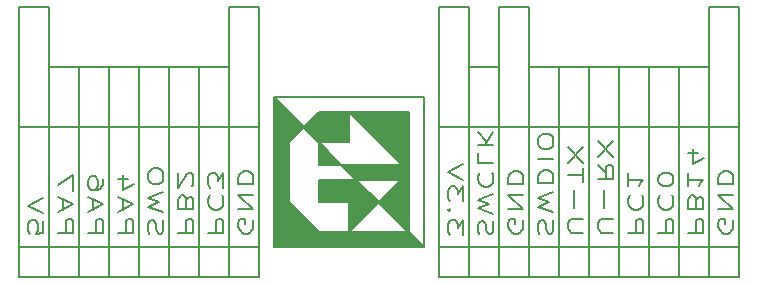
<source format=gbr>
%TF.GenerationSoftware,KiCad,Pcbnew,8.0.2-8.0.2-0~ubuntu22.04.1*%
%TF.CreationDate,2024-05-24T18:45:04+02:00*%
%TF.ProjectId,flipper-debug-devboard,666c6970-7065-4722-9d64-656275672d64,rev?*%
%TF.SameCoordinates,Original*%
%TF.FileFunction,Legend,Bot*%
%TF.FilePolarity,Positive*%
%FSLAX46Y46*%
G04 Gerber Fmt 4.6, Leading zero omitted, Abs format (unit mm)*
G04 Created by KiCad (PCBNEW 8.0.2-8.0.2-0~ubuntu22.04.1) date 2024-05-24 18:45:04*
%MOMM*%
%LPD*%
G01*
G04 APERTURE LIST*
%ADD10C,0.155000*%
%ADD11C,0.200000*%
G04 APERTURE END LIST*
D10*
X119380000Y-128270000D02*
X106680000Y-128270000D01*
X119380000Y-140970000D02*
X119380000Y-128270000D01*
X109220000Y-130810000D02*
X107950000Y-132080000D01*
X107950000Y-137160000D01*
X110490000Y-139700000D01*
X118110000Y-139700000D01*
X119380000Y-140970000D01*
X106680000Y-140970000D01*
X106680000Y-128270000D01*
X109220000Y-130810000D01*
G36*
X109220000Y-130810000D02*
G01*
X107950000Y-132080000D01*
X107950000Y-137160000D01*
X110490000Y-139700000D01*
X118110000Y-139700000D01*
X119380000Y-140970000D01*
X106680000Y-140970000D01*
X106680000Y-128270000D01*
X109220000Y-130810000D01*
G37*
X113030000Y-139700000D02*
X118110000Y-139700000D01*
X110490000Y-139700000D02*
X113030000Y-139700000D01*
X107950000Y-137160000D02*
X110490000Y-139700000D01*
X107950000Y-132080000D02*
X107950000Y-137160000D01*
X112395000Y-133985000D02*
X110490000Y-133985000D01*
X110490000Y-132080000D01*
X112395000Y-133985000D01*
G36*
X112395000Y-133985000D02*
G01*
X110490000Y-133985000D01*
X110490000Y-132080000D01*
X112395000Y-133985000D01*
G37*
X118110000Y-139700000D02*
X115570000Y-137160000D01*
X118110000Y-134620000D01*
X118110000Y-139700000D01*
G36*
X118110000Y-139700000D02*
G01*
X115570000Y-137160000D01*
X118110000Y-134620000D01*
X118110000Y-139700000D01*
G37*
X115570000Y-137160000D02*
X113030000Y-139700000D01*
X113030000Y-137160000D01*
X110490000Y-137160000D01*
X110490000Y-135255000D01*
X113665000Y-135255000D01*
X115570000Y-137160000D01*
G36*
X115570000Y-137160000D02*
G01*
X113030000Y-139700000D01*
X113030000Y-137160000D01*
X110490000Y-137160000D01*
X110490000Y-135255000D01*
X113665000Y-135255000D01*
X115570000Y-137160000D01*
G37*
X113665000Y-135255000D02*
X110490000Y-135255000D01*
X109220000Y-130810000D02*
X107950000Y-132080000D01*
X118110000Y-135255000D02*
X113665000Y-135255000D01*
X112395000Y-133985000D01*
X118110000Y-133985000D01*
X118110000Y-135255000D01*
G36*
X118110000Y-135255000D02*
G01*
X113665000Y-135255000D01*
X112395000Y-133985000D01*
X118110000Y-133985000D01*
X118110000Y-135255000D01*
G37*
X110490000Y-132080000D02*
X109220000Y-130810000D01*
X110490000Y-129540000D01*
X110490000Y-132080000D01*
G36*
X110490000Y-132080000D02*
G01*
X109220000Y-130810000D01*
X110490000Y-129540000D01*
X110490000Y-132080000D01*
G37*
X107315000Y-140335000D02*
X118745000Y-140335000D01*
X107315000Y-128905000D02*
X107315000Y-140335000D01*
X118745000Y-140335000D02*
X107315000Y-128905000D01*
X110490000Y-129540000D02*
X113030000Y-129540000D01*
X113030000Y-132080000D01*
X110490000Y-132080000D01*
X110490000Y-129540000D01*
G36*
X110490000Y-129540000D02*
G01*
X113030000Y-129540000D01*
X113030000Y-132080000D01*
X110490000Y-132080000D01*
X110490000Y-129540000D01*
G37*
X118110000Y-134620000D02*
X113030000Y-129540000D01*
X118110000Y-129540000D01*
X118110000Y-134620000D01*
G36*
X118110000Y-134620000D02*
G01*
X113030000Y-129540000D01*
X118110000Y-129540000D01*
X118110000Y-134620000D01*
G37*
X85090000Y-130810000D02*
X87630000Y-130810000D01*
X87630000Y-140970000D01*
X85090000Y-140970000D01*
X85090000Y-130810000D01*
X123190000Y-130810000D02*
X125730000Y-130810000D01*
X125730000Y-140970000D01*
X123190000Y-140970000D01*
X123190000Y-130810000D01*
X138430000Y-125730000D02*
X140970000Y-125730000D01*
X140970000Y-130810000D01*
X138430000Y-130810000D01*
X138430000Y-125730000D01*
X90170000Y-140970000D02*
X92710000Y-140970000D01*
X92710000Y-143510000D01*
X90170000Y-143510000D01*
X90170000Y-140970000D01*
X100330000Y-130810000D02*
X102870000Y-130810000D01*
X102870000Y-140970000D01*
X100330000Y-140970000D01*
X100330000Y-130810000D01*
X87630000Y-140970000D02*
X90170000Y-140970000D01*
X90170000Y-143510000D01*
X87630000Y-143510000D01*
X87630000Y-140970000D01*
X133350000Y-125730000D02*
X135890000Y-125730000D01*
X135890000Y-130810000D01*
X133350000Y-130810000D01*
X133350000Y-125730000D01*
X120650000Y-130810000D02*
X123190000Y-130810000D01*
X123190000Y-140970000D01*
X120650000Y-140970000D01*
X120650000Y-130810000D01*
X135890000Y-125730000D02*
X138430000Y-125730000D01*
X138430000Y-130810000D01*
X135890000Y-130810000D01*
X135890000Y-125730000D01*
X85090000Y-120650000D02*
X87630000Y-120650000D01*
X87630000Y-130810000D01*
X85090000Y-130810000D01*
X85090000Y-120650000D01*
X125730000Y-130810000D02*
X128270000Y-130810000D01*
X128270000Y-140970000D01*
X125730000Y-140970000D01*
X125730000Y-130810000D01*
X130810000Y-125730000D02*
X133350000Y-125730000D01*
X133350000Y-130810000D01*
X130810000Y-130810000D01*
X130810000Y-125730000D01*
X123190000Y-125730000D02*
X125730000Y-125730000D01*
X125730000Y-130810000D01*
X123190000Y-130810000D01*
X123190000Y-125730000D01*
X100330000Y-125730000D02*
X102870000Y-125730000D01*
X102870000Y-130810000D01*
X100330000Y-130810000D01*
X100330000Y-125730000D01*
X135890000Y-130810000D02*
X138430000Y-130810000D01*
X138430000Y-140970000D01*
X135890000Y-140970000D01*
X135890000Y-130810000D01*
X90170000Y-130810000D02*
X92710000Y-130810000D01*
X92710000Y-140970000D01*
X90170000Y-140970000D01*
X90170000Y-130810000D01*
X138430000Y-130810000D02*
X140970000Y-130810000D01*
X140970000Y-140970000D01*
X138430000Y-140970000D01*
X138430000Y-130810000D01*
X120650000Y-120650000D02*
X123190000Y-120650000D01*
X123190000Y-130810000D01*
X120650000Y-130810000D01*
X120650000Y-120650000D01*
X92710000Y-125730000D02*
X95250000Y-125730000D01*
X95250000Y-130810000D01*
X92710000Y-130810000D01*
X92710000Y-125730000D01*
X140970000Y-130810000D02*
X143510000Y-130810000D01*
X143510000Y-140970000D01*
X140970000Y-140970000D01*
X140970000Y-130810000D01*
X125730000Y-120650000D02*
X128270000Y-120650000D01*
X128270000Y-130810000D01*
X125730000Y-130810000D01*
X125730000Y-120650000D01*
X123190000Y-140970000D02*
X125730000Y-140970000D01*
X125730000Y-143510000D01*
X123190000Y-143510000D01*
X123190000Y-140970000D01*
X87630000Y-125730000D02*
X90170000Y-125730000D01*
X90170000Y-130810000D01*
X87630000Y-130810000D01*
X87630000Y-125730000D01*
X140970000Y-140970000D02*
X143510000Y-140970000D01*
X143510000Y-143510000D01*
X140970000Y-143510000D01*
X140970000Y-140970000D01*
X140970000Y-125730000D02*
X143510000Y-125730000D01*
X143510000Y-130810000D01*
X140970000Y-130810000D01*
X140970000Y-125730000D01*
X97790000Y-140970000D02*
X100330000Y-140970000D01*
X100330000Y-143510000D01*
X97790000Y-143510000D01*
X97790000Y-140970000D01*
X90170000Y-125730000D02*
X92710000Y-125730000D01*
X92710000Y-130810000D01*
X90170000Y-130810000D01*
X90170000Y-125730000D01*
X143510000Y-140970000D02*
X146050000Y-140970000D01*
X146050000Y-143510000D01*
X143510000Y-143510000D01*
X143510000Y-140970000D01*
X102870000Y-120650000D02*
X105410000Y-120650000D01*
X105410000Y-130810000D01*
X102870000Y-130810000D01*
X102870000Y-120650000D01*
X143510000Y-130810000D02*
X146050000Y-130810000D01*
X146050000Y-140970000D01*
X143510000Y-140970000D01*
X143510000Y-130810000D01*
X95250000Y-125730000D02*
X97790000Y-125730000D01*
X97790000Y-130810000D01*
X95250000Y-130810000D01*
X95250000Y-125730000D01*
X143510000Y-120650000D02*
X146050000Y-120650000D01*
X146050000Y-130810000D01*
X143510000Y-130810000D01*
X143510000Y-120650000D01*
X97790000Y-130810000D02*
X100330000Y-130810000D01*
X100330000Y-140970000D01*
X97790000Y-140970000D01*
X97790000Y-130810000D01*
X102870000Y-140970000D02*
X105410000Y-140970000D01*
X105410000Y-143510000D01*
X102870000Y-143510000D01*
X102870000Y-140970000D01*
X133350000Y-130810000D02*
X135890000Y-130810000D01*
X135890000Y-140970000D01*
X133350000Y-140970000D01*
X133350000Y-130810000D01*
X125730000Y-140970000D02*
X128270000Y-140970000D01*
X128270000Y-143510000D01*
X125730000Y-143510000D01*
X125730000Y-140970000D01*
X128270000Y-140970000D02*
X130810000Y-140970000D01*
X130810000Y-143510000D01*
X128270000Y-143510000D01*
X128270000Y-140970000D01*
X128270000Y-125730000D02*
X130810000Y-125730000D01*
X130810000Y-130810000D01*
X128270000Y-130810000D01*
X128270000Y-125730000D01*
X133350000Y-140970000D02*
X135890000Y-140970000D01*
X135890000Y-143510000D01*
X133350000Y-143510000D01*
X133350000Y-140970000D01*
X100330000Y-140970000D02*
X102870000Y-140970000D01*
X102870000Y-143510000D01*
X100330000Y-143510000D01*
X100330000Y-140970000D01*
X128270000Y-130810000D02*
X130810000Y-130810000D01*
X130810000Y-140970000D01*
X128270000Y-140970000D01*
X128270000Y-130810000D01*
X95250000Y-140970000D02*
X97790000Y-140970000D01*
X97790000Y-143510000D01*
X95250000Y-143510000D01*
X95250000Y-140970000D01*
X138430000Y-140970000D02*
X140970000Y-140970000D01*
X140970000Y-143510000D01*
X138430000Y-143510000D01*
X138430000Y-140970000D01*
X120650000Y-140970000D02*
X123190000Y-140970000D01*
X123190000Y-143510000D01*
X120650000Y-143510000D01*
X120650000Y-140970000D01*
X95250000Y-130810000D02*
X97790000Y-130810000D01*
X97790000Y-140970000D01*
X95250000Y-140970000D01*
X95250000Y-130810000D01*
X92710000Y-140970000D02*
X95250000Y-140970000D01*
X95250000Y-143510000D01*
X92710000Y-143510000D01*
X92710000Y-140970000D01*
X92710000Y-130810000D02*
X95250000Y-130810000D01*
X95250000Y-140970000D01*
X92710000Y-140970000D01*
X92710000Y-130810000D01*
X97790000Y-125730000D02*
X100330000Y-125730000D01*
X100330000Y-130810000D01*
X97790000Y-130810000D01*
X97790000Y-125730000D01*
X135890000Y-140970000D02*
X138430000Y-140970000D01*
X138430000Y-143510000D01*
X135890000Y-143510000D01*
X135890000Y-140970000D01*
X87630000Y-130810000D02*
X90170000Y-130810000D01*
X90170000Y-140970000D01*
X87630000Y-140970000D01*
X87630000Y-130810000D01*
X130810000Y-140970000D02*
X133350000Y-140970000D01*
X133350000Y-143510000D01*
X130810000Y-143510000D01*
X130810000Y-140970000D01*
X85090000Y-140970000D02*
X87630000Y-140970000D01*
X87630000Y-143510000D01*
X85090000Y-143510000D01*
X85090000Y-140970000D01*
X130810000Y-130810000D02*
X133350000Y-130810000D01*
X133350000Y-140970000D01*
X130810000Y-140970000D01*
X130810000Y-130810000D01*
X102870000Y-130810000D02*
X105410000Y-130810000D01*
X105410000Y-140970000D01*
X102870000Y-140970000D01*
X102870000Y-130810000D01*
D11*
X136690823Y-139727231D02*
X137960823Y-139727231D01*
X137960823Y-139727231D02*
X137960823Y-138965326D01*
X137960823Y-138965326D02*
X137900347Y-138774850D01*
X137900347Y-138774850D02*
X137839871Y-138679612D01*
X137839871Y-138679612D02*
X137718919Y-138584374D01*
X137718919Y-138584374D02*
X137537490Y-138584374D01*
X137537490Y-138584374D02*
X137416538Y-138679612D01*
X137416538Y-138679612D02*
X137356061Y-138774850D01*
X137356061Y-138774850D02*
X137295585Y-138965326D01*
X137295585Y-138965326D02*
X137295585Y-139727231D01*
X136811776Y-136584374D02*
X136751300Y-136679612D01*
X136751300Y-136679612D02*
X136690823Y-136965326D01*
X136690823Y-136965326D02*
X136690823Y-137155802D01*
X136690823Y-137155802D02*
X136751300Y-137441517D01*
X136751300Y-137441517D02*
X136872252Y-137631993D01*
X136872252Y-137631993D02*
X136993204Y-137727231D01*
X136993204Y-137727231D02*
X137235109Y-137822469D01*
X137235109Y-137822469D02*
X137416538Y-137822469D01*
X137416538Y-137822469D02*
X137658442Y-137727231D01*
X137658442Y-137727231D02*
X137779395Y-137631993D01*
X137779395Y-137631993D02*
X137900347Y-137441517D01*
X137900347Y-137441517D02*
X137960823Y-137155802D01*
X137960823Y-137155802D02*
X137960823Y-136965326D01*
X137960823Y-136965326D02*
X137900347Y-136679612D01*
X137900347Y-136679612D02*
X137839871Y-136584374D01*
X136690823Y-134679612D02*
X136690823Y-135822469D01*
X136690823Y-135251041D02*
X137960823Y-135251041D01*
X137960823Y-135251041D02*
X137779395Y-135441517D01*
X137779395Y-135441517D02*
X137658442Y-135631993D01*
X137658442Y-135631993D02*
X137597966Y-135822469D01*
X101130823Y-139727231D02*
X102400823Y-139727231D01*
X102400823Y-139727231D02*
X102400823Y-138965326D01*
X102400823Y-138965326D02*
X102340347Y-138774850D01*
X102340347Y-138774850D02*
X102279871Y-138679612D01*
X102279871Y-138679612D02*
X102158919Y-138584374D01*
X102158919Y-138584374D02*
X101977490Y-138584374D01*
X101977490Y-138584374D02*
X101856538Y-138679612D01*
X101856538Y-138679612D02*
X101796061Y-138774850D01*
X101796061Y-138774850D02*
X101735585Y-138965326D01*
X101735585Y-138965326D02*
X101735585Y-139727231D01*
X101251776Y-136584374D02*
X101191300Y-136679612D01*
X101191300Y-136679612D02*
X101130823Y-136965326D01*
X101130823Y-136965326D02*
X101130823Y-137155802D01*
X101130823Y-137155802D02*
X101191300Y-137441517D01*
X101191300Y-137441517D02*
X101312252Y-137631993D01*
X101312252Y-137631993D02*
X101433204Y-137727231D01*
X101433204Y-137727231D02*
X101675109Y-137822469D01*
X101675109Y-137822469D02*
X101856538Y-137822469D01*
X101856538Y-137822469D02*
X102098442Y-137727231D01*
X102098442Y-137727231D02*
X102219395Y-137631993D01*
X102219395Y-137631993D02*
X102340347Y-137441517D01*
X102340347Y-137441517D02*
X102400823Y-137155802D01*
X102400823Y-137155802D02*
X102400823Y-136965326D01*
X102400823Y-136965326D02*
X102340347Y-136679612D01*
X102340347Y-136679612D02*
X102279871Y-136584374D01*
X102400823Y-135917707D02*
X102400823Y-134679612D01*
X102400823Y-134679612D02*
X101917014Y-135346279D01*
X101917014Y-135346279D02*
X101917014Y-135060564D01*
X101917014Y-135060564D02*
X101856538Y-134870088D01*
X101856538Y-134870088D02*
X101796061Y-134774850D01*
X101796061Y-134774850D02*
X101675109Y-134679612D01*
X101675109Y-134679612D02*
X101372728Y-134679612D01*
X101372728Y-134679612D02*
X101251776Y-134774850D01*
X101251776Y-134774850D02*
X101191300Y-134870088D01*
X101191300Y-134870088D02*
X101130823Y-135060564D01*
X101130823Y-135060564D02*
X101130823Y-135631993D01*
X101130823Y-135631993D02*
X101191300Y-135822469D01*
X101191300Y-135822469D02*
X101251776Y-135917707D01*
X87160823Y-138774850D02*
X87160823Y-139727231D01*
X87160823Y-139727231D02*
X86556061Y-139822469D01*
X86556061Y-139822469D02*
X86616538Y-139727231D01*
X86616538Y-139727231D02*
X86677014Y-139536755D01*
X86677014Y-139536755D02*
X86677014Y-139060564D01*
X86677014Y-139060564D02*
X86616538Y-138870088D01*
X86616538Y-138870088D02*
X86556061Y-138774850D01*
X86556061Y-138774850D02*
X86435109Y-138679612D01*
X86435109Y-138679612D02*
X86132728Y-138679612D01*
X86132728Y-138679612D02*
X86011776Y-138774850D01*
X86011776Y-138774850D02*
X85951300Y-138870088D01*
X85951300Y-138870088D02*
X85890823Y-139060564D01*
X85890823Y-139060564D02*
X85890823Y-139536755D01*
X85890823Y-139536755D02*
X85951300Y-139727231D01*
X85951300Y-139727231D02*
X86011776Y-139822469D01*
X87160823Y-138108183D02*
X85890823Y-137441517D01*
X85890823Y-137441517D02*
X87160823Y-136774850D01*
X141770823Y-139727231D02*
X143040823Y-139727231D01*
X143040823Y-139727231D02*
X143040823Y-138965326D01*
X143040823Y-138965326D02*
X142980347Y-138774850D01*
X142980347Y-138774850D02*
X142919871Y-138679612D01*
X142919871Y-138679612D02*
X142798919Y-138584374D01*
X142798919Y-138584374D02*
X142617490Y-138584374D01*
X142617490Y-138584374D02*
X142496538Y-138679612D01*
X142496538Y-138679612D02*
X142436061Y-138774850D01*
X142436061Y-138774850D02*
X142375585Y-138965326D01*
X142375585Y-138965326D02*
X142375585Y-139727231D01*
X142436061Y-137060564D02*
X142375585Y-136774850D01*
X142375585Y-136774850D02*
X142315109Y-136679612D01*
X142315109Y-136679612D02*
X142194157Y-136584374D01*
X142194157Y-136584374D02*
X142012728Y-136584374D01*
X142012728Y-136584374D02*
X141891776Y-136679612D01*
X141891776Y-136679612D02*
X141831300Y-136774850D01*
X141831300Y-136774850D02*
X141770823Y-136965326D01*
X141770823Y-136965326D02*
X141770823Y-137727231D01*
X141770823Y-137727231D02*
X143040823Y-137727231D01*
X143040823Y-137727231D02*
X143040823Y-137060564D01*
X143040823Y-137060564D02*
X142980347Y-136870088D01*
X142980347Y-136870088D02*
X142919871Y-136774850D01*
X142919871Y-136774850D02*
X142798919Y-136679612D01*
X142798919Y-136679612D02*
X142677966Y-136679612D01*
X142677966Y-136679612D02*
X142557014Y-136774850D01*
X142557014Y-136774850D02*
X142496538Y-136870088D01*
X142496538Y-136870088D02*
X142436061Y-137060564D01*
X142436061Y-137060564D02*
X142436061Y-137727231D01*
X141770823Y-134679612D02*
X141770823Y-135822469D01*
X141770823Y-135251041D02*
X143040823Y-135251041D01*
X143040823Y-135251041D02*
X142859395Y-135441517D01*
X142859395Y-135441517D02*
X142738442Y-135631993D01*
X142738442Y-135631993D02*
X142677966Y-135822469D01*
X142617490Y-132965326D02*
X141770823Y-132965326D01*
X143101300Y-133441517D02*
X142194157Y-133917707D01*
X142194157Y-133917707D02*
X142194157Y-132679612D01*
X96111300Y-139822469D02*
X96050823Y-139536755D01*
X96050823Y-139536755D02*
X96050823Y-139060564D01*
X96050823Y-139060564D02*
X96111300Y-138870088D01*
X96111300Y-138870088D02*
X96171776Y-138774850D01*
X96171776Y-138774850D02*
X96292728Y-138679612D01*
X96292728Y-138679612D02*
X96413680Y-138679612D01*
X96413680Y-138679612D02*
X96534633Y-138774850D01*
X96534633Y-138774850D02*
X96595109Y-138870088D01*
X96595109Y-138870088D02*
X96655585Y-139060564D01*
X96655585Y-139060564D02*
X96716061Y-139441517D01*
X96716061Y-139441517D02*
X96776538Y-139631993D01*
X96776538Y-139631993D02*
X96837014Y-139727231D01*
X96837014Y-139727231D02*
X96957966Y-139822469D01*
X96957966Y-139822469D02*
X97078919Y-139822469D01*
X97078919Y-139822469D02*
X97199871Y-139727231D01*
X97199871Y-139727231D02*
X97260347Y-139631993D01*
X97260347Y-139631993D02*
X97320823Y-139441517D01*
X97320823Y-139441517D02*
X97320823Y-138965326D01*
X97320823Y-138965326D02*
X97260347Y-138679612D01*
X97320823Y-138012945D02*
X96050823Y-137536755D01*
X96050823Y-137536755D02*
X96957966Y-137155802D01*
X96957966Y-137155802D02*
X96050823Y-136774850D01*
X96050823Y-136774850D02*
X97320823Y-136298660D01*
X97320823Y-135155803D02*
X97320823Y-134774850D01*
X97320823Y-134774850D02*
X97260347Y-134584374D01*
X97260347Y-134584374D02*
X97139395Y-134393898D01*
X97139395Y-134393898D02*
X96897490Y-134298660D01*
X96897490Y-134298660D02*
X96474157Y-134298660D01*
X96474157Y-134298660D02*
X96232252Y-134393898D01*
X96232252Y-134393898D02*
X96111300Y-134584374D01*
X96111300Y-134584374D02*
X96050823Y-134774850D01*
X96050823Y-134774850D02*
X96050823Y-135155803D01*
X96050823Y-135155803D02*
X96111300Y-135346279D01*
X96111300Y-135346279D02*
X96232252Y-135536755D01*
X96232252Y-135536755D02*
X96474157Y-135631993D01*
X96474157Y-135631993D02*
X96897490Y-135631993D01*
X96897490Y-135631993D02*
X97139395Y-135536755D01*
X97139395Y-135536755D02*
X97260347Y-135346279D01*
X97260347Y-135346279D02*
X97320823Y-135155803D01*
X122720823Y-139917707D02*
X122720823Y-138679612D01*
X122720823Y-138679612D02*
X122237014Y-139346279D01*
X122237014Y-139346279D02*
X122237014Y-139060564D01*
X122237014Y-139060564D02*
X122176538Y-138870088D01*
X122176538Y-138870088D02*
X122116061Y-138774850D01*
X122116061Y-138774850D02*
X121995109Y-138679612D01*
X121995109Y-138679612D02*
X121692728Y-138679612D01*
X121692728Y-138679612D02*
X121571776Y-138774850D01*
X121571776Y-138774850D02*
X121511300Y-138870088D01*
X121511300Y-138870088D02*
X121450823Y-139060564D01*
X121450823Y-139060564D02*
X121450823Y-139631993D01*
X121450823Y-139631993D02*
X121511300Y-139822469D01*
X121511300Y-139822469D02*
X121571776Y-139917707D01*
X121571776Y-137822469D02*
X121511300Y-137727231D01*
X121511300Y-137727231D02*
X121450823Y-137822469D01*
X121450823Y-137822469D02*
X121511300Y-137917707D01*
X121511300Y-137917707D02*
X121571776Y-137822469D01*
X121571776Y-137822469D02*
X121450823Y-137822469D01*
X122720823Y-137060564D02*
X122720823Y-135822469D01*
X122720823Y-135822469D02*
X122237014Y-136489136D01*
X122237014Y-136489136D02*
X122237014Y-136203421D01*
X122237014Y-136203421D02*
X122176538Y-136012945D01*
X122176538Y-136012945D02*
X122116061Y-135917707D01*
X122116061Y-135917707D02*
X121995109Y-135822469D01*
X121995109Y-135822469D02*
X121692728Y-135822469D01*
X121692728Y-135822469D02*
X121571776Y-135917707D01*
X121571776Y-135917707D02*
X121511300Y-136012945D01*
X121511300Y-136012945D02*
X121450823Y-136203421D01*
X121450823Y-136203421D02*
X121450823Y-136774850D01*
X121450823Y-136774850D02*
X121511300Y-136965326D01*
X121511300Y-136965326D02*
X121571776Y-137060564D01*
X122720823Y-135251040D02*
X121450823Y-134584374D01*
X121450823Y-134584374D02*
X122720823Y-133917707D01*
X93510823Y-139727231D02*
X94780823Y-139727231D01*
X94780823Y-139727231D02*
X94780823Y-138965326D01*
X94780823Y-138965326D02*
X94720347Y-138774850D01*
X94720347Y-138774850D02*
X94659871Y-138679612D01*
X94659871Y-138679612D02*
X94538919Y-138584374D01*
X94538919Y-138584374D02*
X94357490Y-138584374D01*
X94357490Y-138584374D02*
X94236538Y-138679612D01*
X94236538Y-138679612D02*
X94176061Y-138774850D01*
X94176061Y-138774850D02*
X94115585Y-138965326D01*
X94115585Y-138965326D02*
X94115585Y-139727231D01*
X93873680Y-137822469D02*
X93873680Y-136870088D01*
X93510823Y-138012945D02*
X94780823Y-137346279D01*
X94780823Y-137346279D02*
X93510823Y-136679612D01*
X94357490Y-135155802D02*
X93510823Y-135155802D01*
X94841300Y-135631993D02*
X93934157Y-136108183D01*
X93934157Y-136108183D02*
X93934157Y-134870088D01*
X132880823Y-139727231D02*
X131852728Y-139727231D01*
X131852728Y-139727231D02*
X131731776Y-139631993D01*
X131731776Y-139631993D02*
X131671300Y-139536755D01*
X131671300Y-139536755D02*
X131610823Y-139346279D01*
X131610823Y-139346279D02*
X131610823Y-138965326D01*
X131610823Y-138965326D02*
X131671300Y-138774850D01*
X131671300Y-138774850D02*
X131731776Y-138679612D01*
X131731776Y-138679612D02*
X131852728Y-138584374D01*
X131852728Y-138584374D02*
X132880823Y-138584374D01*
X132094633Y-137631993D02*
X132094633Y-136108184D01*
X132880823Y-135441517D02*
X132880823Y-134298660D01*
X131610823Y-134870089D02*
X132880823Y-134870089D01*
X132880823Y-133822469D02*
X131610823Y-132489136D01*
X132880823Y-132489136D02*
X131610823Y-133822469D01*
X139230823Y-139727231D02*
X140500823Y-139727231D01*
X140500823Y-139727231D02*
X140500823Y-138965326D01*
X140500823Y-138965326D02*
X140440347Y-138774850D01*
X140440347Y-138774850D02*
X140379871Y-138679612D01*
X140379871Y-138679612D02*
X140258919Y-138584374D01*
X140258919Y-138584374D02*
X140077490Y-138584374D01*
X140077490Y-138584374D02*
X139956538Y-138679612D01*
X139956538Y-138679612D02*
X139896061Y-138774850D01*
X139896061Y-138774850D02*
X139835585Y-138965326D01*
X139835585Y-138965326D02*
X139835585Y-139727231D01*
X139351776Y-136584374D02*
X139291300Y-136679612D01*
X139291300Y-136679612D02*
X139230823Y-136965326D01*
X139230823Y-136965326D02*
X139230823Y-137155802D01*
X139230823Y-137155802D02*
X139291300Y-137441517D01*
X139291300Y-137441517D02*
X139412252Y-137631993D01*
X139412252Y-137631993D02*
X139533204Y-137727231D01*
X139533204Y-137727231D02*
X139775109Y-137822469D01*
X139775109Y-137822469D02*
X139956538Y-137822469D01*
X139956538Y-137822469D02*
X140198442Y-137727231D01*
X140198442Y-137727231D02*
X140319395Y-137631993D01*
X140319395Y-137631993D02*
X140440347Y-137441517D01*
X140440347Y-137441517D02*
X140500823Y-137155802D01*
X140500823Y-137155802D02*
X140500823Y-136965326D01*
X140500823Y-136965326D02*
X140440347Y-136679612D01*
X140440347Y-136679612D02*
X140379871Y-136584374D01*
X140500823Y-135346279D02*
X140500823Y-135155802D01*
X140500823Y-135155802D02*
X140440347Y-134965326D01*
X140440347Y-134965326D02*
X140379871Y-134870088D01*
X140379871Y-134870088D02*
X140258919Y-134774850D01*
X140258919Y-134774850D02*
X140017014Y-134679612D01*
X140017014Y-134679612D02*
X139714633Y-134679612D01*
X139714633Y-134679612D02*
X139472728Y-134774850D01*
X139472728Y-134774850D02*
X139351776Y-134870088D01*
X139351776Y-134870088D02*
X139291300Y-134965326D01*
X139291300Y-134965326D02*
X139230823Y-135155802D01*
X139230823Y-135155802D02*
X139230823Y-135346279D01*
X139230823Y-135346279D02*
X139291300Y-135536755D01*
X139291300Y-135536755D02*
X139351776Y-135631993D01*
X139351776Y-135631993D02*
X139472728Y-135727231D01*
X139472728Y-135727231D02*
X139714633Y-135822469D01*
X139714633Y-135822469D02*
X140017014Y-135822469D01*
X140017014Y-135822469D02*
X140258919Y-135727231D01*
X140258919Y-135727231D02*
X140379871Y-135631993D01*
X140379871Y-135631993D02*
X140440347Y-135536755D01*
X140440347Y-135536755D02*
X140500823Y-135346279D01*
X145520347Y-138679612D02*
X145580823Y-138870088D01*
X145580823Y-138870088D02*
X145580823Y-139155802D01*
X145580823Y-139155802D02*
X145520347Y-139441517D01*
X145520347Y-139441517D02*
X145399395Y-139631993D01*
X145399395Y-139631993D02*
X145278442Y-139727231D01*
X145278442Y-139727231D02*
X145036538Y-139822469D01*
X145036538Y-139822469D02*
X144855109Y-139822469D01*
X144855109Y-139822469D02*
X144613204Y-139727231D01*
X144613204Y-139727231D02*
X144492252Y-139631993D01*
X144492252Y-139631993D02*
X144371300Y-139441517D01*
X144371300Y-139441517D02*
X144310823Y-139155802D01*
X144310823Y-139155802D02*
X144310823Y-138965326D01*
X144310823Y-138965326D02*
X144371300Y-138679612D01*
X144371300Y-138679612D02*
X144431776Y-138584374D01*
X144431776Y-138584374D02*
X144855109Y-138584374D01*
X144855109Y-138584374D02*
X144855109Y-138965326D01*
X144310823Y-137727231D02*
X145580823Y-137727231D01*
X145580823Y-137727231D02*
X144310823Y-136584374D01*
X144310823Y-136584374D02*
X145580823Y-136584374D01*
X144310823Y-135631993D02*
X145580823Y-135631993D01*
X145580823Y-135631993D02*
X145580823Y-135155803D01*
X145580823Y-135155803D02*
X145520347Y-134870088D01*
X145520347Y-134870088D02*
X145399395Y-134679612D01*
X145399395Y-134679612D02*
X145278442Y-134584374D01*
X145278442Y-134584374D02*
X145036538Y-134489136D01*
X145036538Y-134489136D02*
X144855109Y-134489136D01*
X144855109Y-134489136D02*
X144613204Y-134584374D01*
X144613204Y-134584374D02*
X144492252Y-134679612D01*
X144492252Y-134679612D02*
X144371300Y-134870088D01*
X144371300Y-134870088D02*
X144310823Y-135155803D01*
X144310823Y-135155803D02*
X144310823Y-135631993D01*
X90970823Y-139727231D02*
X92240823Y-139727231D01*
X92240823Y-139727231D02*
X92240823Y-138965326D01*
X92240823Y-138965326D02*
X92180347Y-138774850D01*
X92180347Y-138774850D02*
X92119871Y-138679612D01*
X92119871Y-138679612D02*
X91998919Y-138584374D01*
X91998919Y-138584374D02*
X91817490Y-138584374D01*
X91817490Y-138584374D02*
X91696538Y-138679612D01*
X91696538Y-138679612D02*
X91636061Y-138774850D01*
X91636061Y-138774850D02*
X91575585Y-138965326D01*
X91575585Y-138965326D02*
X91575585Y-139727231D01*
X91333680Y-137822469D02*
X91333680Y-136870088D01*
X90970823Y-138012945D02*
X92240823Y-137346279D01*
X92240823Y-137346279D02*
X90970823Y-136679612D01*
X92240823Y-135155802D02*
X92240823Y-135536755D01*
X92240823Y-135536755D02*
X92180347Y-135727231D01*
X92180347Y-135727231D02*
X92119871Y-135822469D01*
X92119871Y-135822469D02*
X91938442Y-136012945D01*
X91938442Y-136012945D02*
X91696538Y-136108183D01*
X91696538Y-136108183D02*
X91212728Y-136108183D01*
X91212728Y-136108183D02*
X91091776Y-136012945D01*
X91091776Y-136012945D02*
X91031300Y-135917707D01*
X91031300Y-135917707D02*
X90970823Y-135727231D01*
X90970823Y-135727231D02*
X90970823Y-135346278D01*
X90970823Y-135346278D02*
X91031300Y-135155802D01*
X91031300Y-135155802D02*
X91091776Y-135060564D01*
X91091776Y-135060564D02*
X91212728Y-134965326D01*
X91212728Y-134965326D02*
X91515109Y-134965326D01*
X91515109Y-134965326D02*
X91636061Y-135060564D01*
X91636061Y-135060564D02*
X91696538Y-135155802D01*
X91696538Y-135155802D02*
X91757014Y-135346278D01*
X91757014Y-135346278D02*
X91757014Y-135727231D01*
X91757014Y-135727231D02*
X91696538Y-135917707D01*
X91696538Y-135917707D02*
X91636061Y-136012945D01*
X91636061Y-136012945D02*
X91515109Y-136108183D01*
X104880347Y-138679612D02*
X104940823Y-138870088D01*
X104940823Y-138870088D02*
X104940823Y-139155802D01*
X104940823Y-139155802D02*
X104880347Y-139441517D01*
X104880347Y-139441517D02*
X104759395Y-139631993D01*
X104759395Y-139631993D02*
X104638442Y-139727231D01*
X104638442Y-139727231D02*
X104396538Y-139822469D01*
X104396538Y-139822469D02*
X104215109Y-139822469D01*
X104215109Y-139822469D02*
X103973204Y-139727231D01*
X103973204Y-139727231D02*
X103852252Y-139631993D01*
X103852252Y-139631993D02*
X103731300Y-139441517D01*
X103731300Y-139441517D02*
X103670823Y-139155802D01*
X103670823Y-139155802D02*
X103670823Y-138965326D01*
X103670823Y-138965326D02*
X103731300Y-138679612D01*
X103731300Y-138679612D02*
X103791776Y-138584374D01*
X103791776Y-138584374D02*
X104215109Y-138584374D01*
X104215109Y-138584374D02*
X104215109Y-138965326D01*
X103670823Y-137727231D02*
X104940823Y-137727231D01*
X104940823Y-137727231D02*
X103670823Y-136584374D01*
X103670823Y-136584374D02*
X104940823Y-136584374D01*
X103670823Y-135631993D02*
X104940823Y-135631993D01*
X104940823Y-135631993D02*
X104940823Y-135155803D01*
X104940823Y-135155803D02*
X104880347Y-134870088D01*
X104880347Y-134870088D02*
X104759395Y-134679612D01*
X104759395Y-134679612D02*
X104638442Y-134584374D01*
X104638442Y-134584374D02*
X104396538Y-134489136D01*
X104396538Y-134489136D02*
X104215109Y-134489136D01*
X104215109Y-134489136D02*
X103973204Y-134584374D01*
X103973204Y-134584374D02*
X103852252Y-134679612D01*
X103852252Y-134679612D02*
X103731300Y-134870088D01*
X103731300Y-134870088D02*
X103670823Y-135155803D01*
X103670823Y-135155803D02*
X103670823Y-135631993D01*
X129131300Y-139822469D02*
X129070823Y-139536755D01*
X129070823Y-139536755D02*
X129070823Y-139060564D01*
X129070823Y-139060564D02*
X129131300Y-138870088D01*
X129131300Y-138870088D02*
X129191776Y-138774850D01*
X129191776Y-138774850D02*
X129312728Y-138679612D01*
X129312728Y-138679612D02*
X129433680Y-138679612D01*
X129433680Y-138679612D02*
X129554633Y-138774850D01*
X129554633Y-138774850D02*
X129615109Y-138870088D01*
X129615109Y-138870088D02*
X129675585Y-139060564D01*
X129675585Y-139060564D02*
X129736061Y-139441517D01*
X129736061Y-139441517D02*
X129796538Y-139631993D01*
X129796538Y-139631993D02*
X129857014Y-139727231D01*
X129857014Y-139727231D02*
X129977966Y-139822469D01*
X129977966Y-139822469D02*
X130098919Y-139822469D01*
X130098919Y-139822469D02*
X130219871Y-139727231D01*
X130219871Y-139727231D02*
X130280347Y-139631993D01*
X130280347Y-139631993D02*
X130340823Y-139441517D01*
X130340823Y-139441517D02*
X130340823Y-138965326D01*
X130340823Y-138965326D02*
X130280347Y-138679612D01*
X130340823Y-138012945D02*
X129070823Y-137536755D01*
X129070823Y-137536755D02*
X129977966Y-137155802D01*
X129977966Y-137155802D02*
X129070823Y-136774850D01*
X129070823Y-136774850D02*
X130340823Y-136298660D01*
X129070823Y-135536755D02*
X130340823Y-135536755D01*
X130340823Y-135536755D02*
X130340823Y-135060565D01*
X130340823Y-135060565D02*
X130280347Y-134774850D01*
X130280347Y-134774850D02*
X130159395Y-134584374D01*
X130159395Y-134584374D02*
X130038442Y-134489136D01*
X130038442Y-134489136D02*
X129796538Y-134393898D01*
X129796538Y-134393898D02*
X129615109Y-134393898D01*
X129615109Y-134393898D02*
X129373204Y-134489136D01*
X129373204Y-134489136D02*
X129252252Y-134584374D01*
X129252252Y-134584374D02*
X129131300Y-134774850D01*
X129131300Y-134774850D02*
X129070823Y-135060565D01*
X129070823Y-135060565D02*
X129070823Y-135536755D01*
X129070823Y-133536755D02*
X130340823Y-133536755D01*
X130340823Y-132203422D02*
X130340823Y-131822469D01*
X130340823Y-131822469D02*
X130280347Y-131631993D01*
X130280347Y-131631993D02*
X130159395Y-131441517D01*
X130159395Y-131441517D02*
X129917490Y-131346279D01*
X129917490Y-131346279D02*
X129494157Y-131346279D01*
X129494157Y-131346279D02*
X129252252Y-131441517D01*
X129252252Y-131441517D02*
X129131300Y-131631993D01*
X129131300Y-131631993D02*
X129070823Y-131822469D01*
X129070823Y-131822469D02*
X129070823Y-132203422D01*
X129070823Y-132203422D02*
X129131300Y-132393898D01*
X129131300Y-132393898D02*
X129252252Y-132584374D01*
X129252252Y-132584374D02*
X129494157Y-132679612D01*
X129494157Y-132679612D02*
X129917490Y-132679612D01*
X129917490Y-132679612D02*
X130159395Y-132584374D01*
X130159395Y-132584374D02*
X130280347Y-132393898D01*
X130280347Y-132393898D02*
X130340823Y-132203422D01*
X98590823Y-139727231D02*
X99860823Y-139727231D01*
X99860823Y-139727231D02*
X99860823Y-138965326D01*
X99860823Y-138965326D02*
X99800347Y-138774850D01*
X99800347Y-138774850D02*
X99739871Y-138679612D01*
X99739871Y-138679612D02*
X99618919Y-138584374D01*
X99618919Y-138584374D02*
X99437490Y-138584374D01*
X99437490Y-138584374D02*
X99316538Y-138679612D01*
X99316538Y-138679612D02*
X99256061Y-138774850D01*
X99256061Y-138774850D02*
X99195585Y-138965326D01*
X99195585Y-138965326D02*
X99195585Y-139727231D01*
X99256061Y-137060564D02*
X99195585Y-136774850D01*
X99195585Y-136774850D02*
X99135109Y-136679612D01*
X99135109Y-136679612D02*
X99014157Y-136584374D01*
X99014157Y-136584374D02*
X98832728Y-136584374D01*
X98832728Y-136584374D02*
X98711776Y-136679612D01*
X98711776Y-136679612D02*
X98651300Y-136774850D01*
X98651300Y-136774850D02*
X98590823Y-136965326D01*
X98590823Y-136965326D02*
X98590823Y-137727231D01*
X98590823Y-137727231D02*
X99860823Y-137727231D01*
X99860823Y-137727231D02*
X99860823Y-137060564D01*
X99860823Y-137060564D02*
X99800347Y-136870088D01*
X99800347Y-136870088D02*
X99739871Y-136774850D01*
X99739871Y-136774850D02*
X99618919Y-136679612D01*
X99618919Y-136679612D02*
X99497966Y-136679612D01*
X99497966Y-136679612D02*
X99377014Y-136774850D01*
X99377014Y-136774850D02*
X99316538Y-136870088D01*
X99316538Y-136870088D02*
X99256061Y-137060564D01*
X99256061Y-137060564D02*
X99256061Y-137727231D01*
X99739871Y-135822469D02*
X99800347Y-135727231D01*
X99800347Y-135727231D02*
X99860823Y-135536755D01*
X99860823Y-135536755D02*
X99860823Y-135060564D01*
X99860823Y-135060564D02*
X99800347Y-134870088D01*
X99800347Y-134870088D02*
X99739871Y-134774850D01*
X99739871Y-134774850D02*
X99618919Y-134679612D01*
X99618919Y-134679612D02*
X99497966Y-134679612D01*
X99497966Y-134679612D02*
X99316538Y-134774850D01*
X99316538Y-134774850D02*
X98590823Y-135917707D01*
X98590823Y-135917707D02*
X98590823Y-134679612D01*
X127740347Y-138679612D02*
X127800823Y-138870088D01*
X127800823Y-138870088D02*
X127800823Y-139155802D01*
X127800823Y-139155802D02*
X127740347Y-139441517D01*
X127740347Y-139441517D02*
X127619395Y-139631993D01*
X127619395Y-139631993D02*
X127498442Y-139727231D01*
X127498442Y-139727231D02*
X127256538Y-139822469D01*
X127256538Y-139822469D02*
X127075109Y-139822469D01*
X127075109Y-139822469D02*
X126833204Y-139727231D01*
X126833204Y-139727231D02*
X126712252Y-139631993D01*
X126712252Y-139631993D02*
X126591300Y-139441517D01*
X126591300Y-139441517D02*
X126530823Y-139155802D01*
X126530823Y-139155802D02*
X126530823Y-138965326D01*
X126530823Y-138965326D02*
X126591300Y-138679612D01*
X126591300Y-138679612D02*
X126651776Y-138584374D01*
X126651776Y-138584374D02*
X127075109Y-138584374D01*
X127075109Y-138584374D02*
X127075109Y-138965326D01*
X126530823Y-137727231D02*
X127800823Y-137727231D01*
X127800823Y-137727231D02*
X126530823Y-136584374D01*
X126530823Y-136584374D02*
X127800823Y-136584374D01*
X126530823Y-135631993D02*
X127800823Y-135631993D01*
X127800823Y-135631993D02*
X127800823Y-135155803D01*
X127800823Y-135155803D02*
X127740347Y-134870088D01*
X127740347Y-134870088D02*
X127619395Y-134679612D01*
X127619395Y-134679612D02*
X127498442Y-134584374D01*
X127498442Y-134584374D02*
X127256538Y-134489136D01*
X127256538Y-134489136D02*
X127075109Y-134489136D01*
X127075109Y-134489136D02*
X126833204Y-134584374D01*
X126833204Y-134584374D02*
X126712252Y-134679612D01*
X126712252Y-134679612D02*
X126591300Y-134870088D01*
X126591300Y-134870088D02*
X126530823Y-135155803D01*
X126530823Y-135155803D02*
X126530823Y-135631993D01*
X135420823Y-139727231D02*
X134392728Y-139727231D01*
X134392728Y-139727231D02*
X134271776Y-139631993D01*
X134271776Y-139631993D02*
X134211300Y-139536755D01*
X134211300Y-139536755D02*
X134150823Y-139346279D01*
X134150823Y-139346279D02*
X134150823Y-138965326D01*
X134150823Y-138965326D02*
X134211300Y-138774850D01*
X134211300Y-138774850D02*
X134271776Y-138679612D01*
X134271776Y-138679612D02*
X134392728Y-138584374D01*
X134392728Y-138584374D02*
X135420823Y-138584374D01*
X134634633Y-137631993D02*
X134634633Y-136108184D01*
X134150823Y-134012946D02*
X134755585Y-134679613D01*
X134150823Y-135155803D02*
X135420823Y-135155803D01*
X135420823Y-135155803D02*
X135420823Y-134393898D01*
X135420823Y-134393898D02*
X135360347Y-134203422D01*
X135360347Y-134203422D02*
X135299871Y-134108184D01*
X135299871Y-134108184D02*
X135178919Y-134012946D01*
X135178919Y-134012946D02*
X134997490Y-134012946D01*
X134997490Y-134012946D02*
X134876538Y-134108184D01*
X134876538Y-134108184D02*
X134816061Y-134203422D01*
X134816061Y-134203422D02*
X134755585Y-134393898D01*
X134755585Y-134393898D02*
X134755585Y-135155803D01*
X135420823Y-133346279D02*
X134150823Y-132012946D01*
X135420823Y-132012946D02*
X134150823Y-133346279D01*
X124051300Y-139841517D02*
X123990823Y-139570088D01*
X123990823Y-139570088D02*
X123990823Y-139117707D01*
X123990823Y-139117707D02*
X124051300Y-138936755D01*
X124051300Y-138936755D02*
X124111776Y-138846279D01*
X124111776Y-138846279D02*
X124232728Y-138755802D01*
X124232728Y-138755802D02*
X124353680Y-138755802D01*
X124353680Y-138755802D02*
X124474633Y-138846279D01*
X124474633Y-138846279D02*
X124535109Y-138936755D01*
X124535109Y-138936755D02*
X124595585Y-139117707D01*
X124595585Y-139117707D02*
X124656061Y-139479612D01*
X124656061Y-139479612D02*
X124716538Y-139660564D01*
X124716538Y-139660564D02*
X124777014Y-139751041D01*
X124777014Y-139751041D02*
X124897966Y-139841517D01*
X124897966Y-139841517D02*
X125018919Y-139841517D01*
X125018919Y-139841517D02*
X125139871Y-139751041D01*
X125139871Y-139751041D02*
X125200347Y-139660564D01*
X125200347Y-139660564D02*
X125260823Y-139479612D01*
X125260823Y-139479612D02*
X125260823Y-139027231D01*
X125260823Y-139027231D02*
X125200347Y-138755802D01*
X125260823Y-138122469D02*
X123990823Y-137670088D01*
X123990823Y-137670088D02*
X124897966Y-137308183D01*
X124897966Y-137308183D02*
X123990823Y-136946278D01*
X123990823Y-136946278D02*
X125260823Y-136493898D01*
X124111776Y-134684373D02*
X124051300Y-134774849D01*
X124051300Y-134774849D02*
X123990823Y-135046278D01*
X123990823Y-135046278D02*
X123990823Y-135227230D01*
X123990823Y-135227230D02*
X124051300Y-135498659D01*
X124051300Y-135498659D02*
X124172252Y-135679611D01*
X124172252Y-135679611D02*
X124293204Y-135770088D01*
X124293204Y-135770088D02*
X124535109Y-135860564D01*
X124535109Y-135860564D02*
X124716538Y-135860564D01*
X124716538Y-135860564D02*
X124958442Y-135770088D01*
X124958442Y-135770088D02*
X125079395Y-135679611D01*
X125079395Y-135679611D02*
X125200347Y-135498659D01*
X125200347Y-135498659D02*
X125260823Y-135227230D01*
X125260823Y-135227230D02*
X125260823Y-135046278D01*
X125260823Y-135046278D02*
X125200347Y-134774849D01*
X125200347Y-134774849D02*
X125139871Y-134684373D01*
X123990823Y-132965326D02*
X123990823Y-133870088D01*
X123990823Y-133870088D02*
X125260823Y-133870088D01*
X123990823Y-132331993D02*
X125260823Y-132331993D01*
X123990823Y-131246278D02*
X124716538Y-132060564D01*
X125260823Y-131246278D02*
X124535109Y-132331993D01*
X88430823Y-139727231D02*
X89700823Y-139727231D01*
X89700823Y-139727231D02*
X89700823Y-138965326D01*
X89700823Y-138965326D02*
X89640347Y-138774850D01*
X89640347Y-138774850D02*
X89579871Y-138679612D01*
X89579871Y-138679612D02*
X89458919Y-138584374D01*
X89458919Y-138584374D02*
X89277490Y-138584374D01*
X89277490Y-138584374D02*
X89156538Y-138679612D01*
X89156538Y-138679612D02*
X89096061Y-138774850D01*
X89096061Y-138774850D02*
X89035585Y-138965326D01*
X89035585Y-138965326D02*
X89035585Y-139727231D01*
X88793680Y-137822469D02*
X88793680Y-136870088D01*
X88430823Y-138012945D02*
X89700823Y-137346279D01*
X89700823Y-137346279D02*
X88430823Y-136679612D01*
X89700823Y-136203421D02*
X89700823Y-134870088D01*
X89700823Y-134870088D02*
X88430823Y-135727231D01*
M02*

</source>
